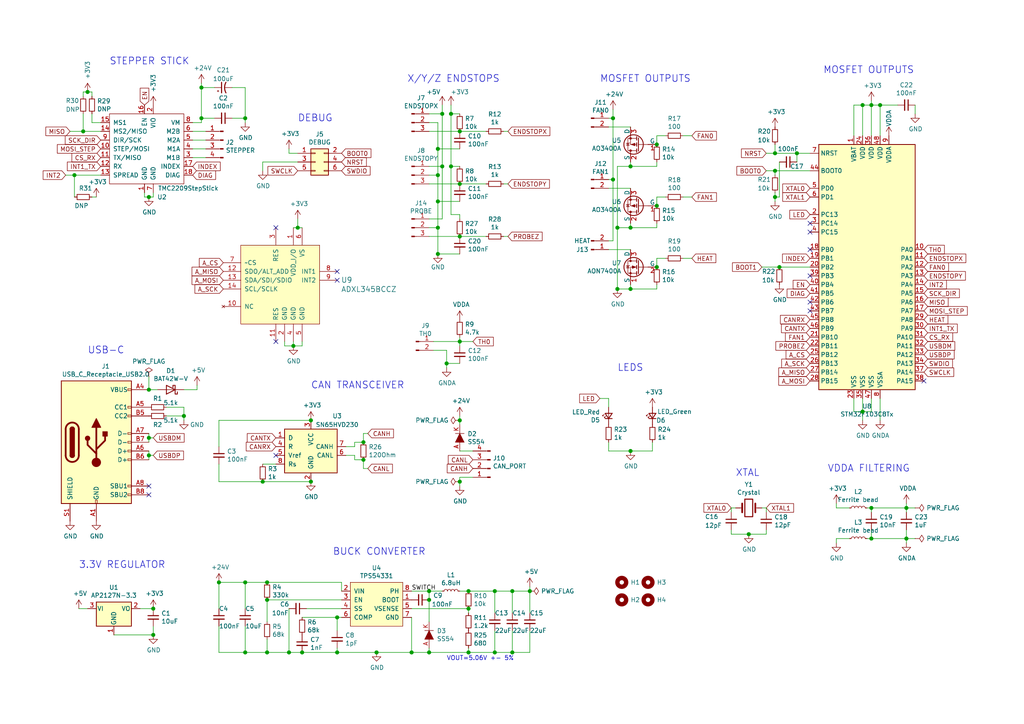
<source format=kicad_sch>
(kicad_sch (version 20210621) (generator eeschema)
  (paper "A4")
  (title_block (title "TurboCAN") (rev "v0.2"))
  (junction (at 21.59 50.8) (diameter 1.016))
  (junction (at 24.13 38.1) (diameter 1.016))
  (junction (at 25.4 26.67) (diameter 1.016))
  (junction (at 43.18 57.15) (diameter 1.016))
  (junction (at 43.18 113.03) (diameter 1.016))
  (junction (at 43.18 127) (diameter 1.016))
  (junction (at 43.18 132.08) (diameter 1.016))
  (junction (at 44.45 176.53) (diameter 1.016))
  (junction (at 44.45 184.15) (diameter 1.016))
  (junction (at 53.34 120.65) (diameter 1.016))
  (junction (at 58.42 25.4) (diameter 1.016))
  (junction (at 58.42 34.29) (diameter 1.016))
  (junction (at 63.5 168.91) (diameter 1.016))
  (junction (at 71.12 34.29) (diameter 1.016))
  (junction (at 71.12 168.91) (diameter 1.016))
  (junction (at 71.12 189.23) (diameter 1.016))
  (junction (at 76.2 139.7) (diameter 1.016))
  (junction (at 77.47 168.91) (diameter 1.016))
  (junction (at 77.47 173.99) (diameter 1.016))
  (junction (at 77.47 189.23) (diameter 1.016))
  (junction (at 83.82 189.23) (diameter 1.016))
  (junction (at 85.09 100.33) (diameter 1.016))
  (junction (at 86.36 66.04) (diameter 1.016))
  (junction (at 87.63 189.23) (diameter 1.016))
  (junction (at 90.17 121.92) (diameter 1.016))
  (junction (at 90.17 139.7) (diameter 1.016))
  (junction (at 97.79 179.07) (diameter 1.016))
  (junction (at 97.79 189.23) (diameter 1.016))
  (junction (at 105.41 128.27) (diameter 1.016))
  (junction (at 105.41 133.35) (diameter 1.016))
  (junction (at 109.22 189.23) (diameter 1.016))
  (junction (at 119.38 189.23) (diameter 1.016))
  (junction (at 124.46 171.45) (diameter 1.016))
  (junction (at 124.46 173.99) (diameter 1.016))
  (junction (at 124.46 189.23) (diameter 1.016))
  (junction (at 127 43.18) (diameter 1.016))
  (junction (at 127 50.8) (diameter 1.016))
  (junction (at 127 58.42) (diameter 1.016))
  (junction (at 127 66.04) (diameter 1.016))
  (junction (at 127 73.66) (diameter 1.016))
  (junction (at 128.27 33.02) (diameter 1.016))
  (junction (at 128.27 48.26) (diameter 1.016))
  (junction (at 129.54 105.41) (diameter 1.016))
  (junction (at 130.81 33.02) (diameter 1.016))
  (junction (at 130.81 48.26) (diameter 1.016))
  (junction (at 133.35 38.1) (diameter 1.016))
  (junction (at 133.35 53.34) (diameter 1.016))
  (junction (at 133.35 68.58) (diameter 1.016))
  (junction (at 133.35 99.06) (diameter 1.016))
  (junction (at 133.35 121.92) (diameter 1.016))
  (junction (at 133.35 139.7) (diameter 1.016))
  (junction (at 135.89 171.45) (diameter 1.016))
  (junction (at 135.89 176.53) (diameter 1.016))
  (junction (at 135.89 189.23) (diameter 1.016))
  (junction (at 143.51 171.45) (diameter 1.016))
  (junction (at 143.51 189.23) (diameter 1.016))
  (junction (at 148.59 171.45) (diameter 1.016))
  (junction (at 148.59 189.23) (diameter 1.016))
  (junction (at 153.67 171.45) (diameter 1.016))
  (junction (at 177.8 34.29) (diameter 1.016))
  (junction (at 177.8 52.07) (diameter 1.016))
  (junction (at 179.07 66.04) (diameter 1.016))
  (junction (at 179.07 83.82) (diameter 1.016))
  (junction (at 182.88 48.26) (diameter 1.016))
  (junction (at 182.88 66.04) (diameter 1.016))
  (junction (at 182.88 83.82) (diameter 1.016))
  (junction (at 182.88 130.81) (diameter 1.016))
  (junction (at 190.5 41.91) (diameter 1.016))
  (junction (at 190.5 59.69) (diameter 1.016))
  (junction (at 190.5 77.47) (diameter 1.016))
  (junction (at 217.17 154.94) (diameter 1.016))
  (junction (at 224.79 44.45) (diameter 1.016))
  (junction (at 224.79 49.53) (diameter 1.016))
  (junction (at 224.79 57.15) (diameter 1.016))
  (junction (at 226.06 77.47) (diameter 1.016))
  (junction (at 231.14 44.45) (diameter 1.016))
  (junction (at 250.19 30.48) (diameter 1.016))
  (junction (at 250.19 119.38) (diameter 1.016))
  (junction (at 252.73 30.48) (diameter 1.016))
  (junction (at 252.73 147.32) (diameter 1.016))
  (junction (at 252.73 156.21) (diameter 1.016))
  (junction (at 255.27 30.48) (diameter 1.016))
  (junction (at 262.89 147.32) (diameter 1.016))
  (junction (at 262.89 156.21) (diameter 1.016))
  (no_connect (at 43.18 140.97))
  (no_connect (at 43.18 143.51))
  (no_connect (at 80.01 66.04))
  (no_connect (at 80.01 99.06))
  (no_connect (at 80.01 132.08))
  (no_connect (at 97.79 78.74))
  (no_connect (at 97.79 81.28))
  (no_connect (at 234.95 64.77))
  (no_connect (at 234.95 67.31))
  (no_connect (at 234.95 72.39))
  (no_connect (at 234.95 80.01))
  (no_connect (at 234.95 87.63))
  (no_connect (at 234.95 90.17))
  (no_connect (at 267.97 110.49))
  (wire (pts (xy 20.32 38.1) (xy 24.13 38.1)))
  (wire (pts (xy 21.59 50.8) (xy 19.05 50.8)))
  (wire (pts (xy 21.59 50.8) (xy 29.21 50.8)))
  (wire (pts (xy 21.59 57.15) (xy 21.59 50.8)))
  (wire (pts (xy 22.86 176.53) (xy 25.4 176.53)))
  (wire (pts (xy 24.13 26.67) (xy 25.4 26.67)))
  (wire (pts (xy 24.13 27.94) (xy 24.13 26.67)))
  (wire (pts (xy 24.13 33.02) (xy 24.13 38.1)))
  (wire (pts (xy 24.13 38.1) (xy 29.21 38.1)))
  (wire (pts (xy 25.4 26.67) (xy 26.67 26.67)))
  (wire (pts (xy 26.67 26.67) (xy 26.67 27.94)))
  (wire (pts (xy 26.67 33.02) (xy 26.67 35.56)))
  (wire (pts (xy 26.67 35.56) (xy 29.21 35.56)))
  (wire (pts (xy 26.67 57.15) (xy 27.94 57.15)))
  (wire (pts (xy 33.02 184.15) (xy 44.45 184.15)))
  (wire (pts (xy 40.64 176.53) (xy 44.45 176.53)))
  (wire (pts (xy 41.91 55.88) (xy 41.91 57.15)))
  (wire (pts (xy 41.91 57.15) (xy 43.18 57.15)))
  (wire (pts (xy 43.18 57.15) (xy 44.45 57.15)))
  (wire (pts (xy 43.18 109.22) (xy 43.18 113.03)))
  (wire (pts (xy 43.18 113.03) (xy 45.72 113.03)))
  (wire (pts (xy 43.18 125.73) (xy 43.18 127)))
  (wire (pts (xy 43.18 127) (xy 44.45 127)))
  (wire (pts (xy 43.18 128.27) (xy 43.18 127)))
  (wire (pts (xy 43.18 130.81) (xy 43.18 132.08)))
  (wire (pts (xy 43.18 132.08) (xy 43.18 133.35)))
  (wire (pts (xy 44.45 57.15) (xy 44.45 55.88)))
  (wire (pts (xy 44.45 132.08) (xy 43.18 132.08)))
  (wire (pts (xy 44.45 184.15) (xy 44.45 181.61)))
  (wire (pts (xy 48.26 118.11) (xy 53.34 118.11)))
  (wire (pts (xy 48.26 120.65) (xy 53.34 120.65)))
  (wire (pts (xy 53.34 118.11) (xy 53.34 120.65)))
  (wire (pts (xy 53.34 120.65) (xy 53.34 121.92)))
  (wire (pts (xy 55.88 35.56) (xy 58.42 35.56)))
  (wire (pts (xy 55.88 38.1) (xy 59.69 38.1)))
  (wire (pts (xy 55.88 40.64) (xy 59.69 40.64)))
  (wire (pts (xy 55.88 43.18) (xy 59.69 43.18)))
  (wire (pts (xy 55.88 45.72) (xy 59.69 45.72)))
  (wire (pts (xy 57.15 111.76) (xy 57.15 113.03)))
  (wire (pts (xy 57.15 113.03) (xy 53.34 113.03)))
  (wire (pts (xy 58.42 24.13) (xy 58.42 25.4)))
  (wire (pts (xy 58.42 25.4) (xy 58.42 34.29)))
  (wire (pts (xy 58.42 25.4) (xy 62.23 25.4)))
  (wire (pts (xy 58.42 34.29) (xy 62.23 34.29)))
  (wire (pts (xy 58.42 35.56) (xy 58.42 34.29)))
  (wire (pts (xy 63.5 121.92) (xy 63.5 129.54)))
  (wire (pts (xy 63.5 134.62) (xy 63.5 139.7)))
  (wire (pts (xy 63.5 139.7) (xy 76.2 139.7)))
  (wire (pts (xy 63.5 168.91) (xy 63.5 176.53)))
  (wire (pts (xy 63.5 168.91) (xy 71.12 168.91)))
  (wire (pts (xy 63.5 181.61) (xy 63.5 189.23)))
  (wire (pts (xy 63.5 189.23) (xy 71.12 189.23)))
  (wire (pts (xy 67.31 25.4) (xy 71.12 25.4)))
  (wire (pts (xy 67.31 34.29) (xy 71.12 34.29)))
  (wire (pts (xy 71.12 25.4) (xy 71.12 34.29)))
  (wire (pts (xy 71.12 34.29) (xy 71.12 35.56)))
  (wire (pts (xy 71.12 168.91) (xy 77.47 168.91)))
  (wire (pts (xy 71.12 176.53) (xy 71.12 168.91)))
  (wire (pts (xy 71.12 181.61) (xy 71.12 189.23)))
  (wire (pts (xy 71.12 189.23) (xy 77.47 189.23)))
  (wire (pts (xy 76.2 46.99) (xy 76.2 49.53)))
  (wire (pts (xy 76.2 139.7) (xy 90.17 139.7)))
  (wire (pts (xy 77.47 173.99) (xy 77.47 180.34)))
  (wire (pts (xy 77.47 185.42) (xy 77.47 189.23)))
  (wire (pts (xy 77.47 189.23) (xy 83.82 189.23)))
  (wire (pts (xy 80.01 134.62) (xy 76.2 134.62)))
  (wire (pts (xy 82.55 99.06) (xy 82.55 100.33)))
  (wire (pts (xy 82.55 100.33) (xy 85.09 100.33)))
  (wire (pts (xy 83.82 44.45) (xy 83.82 43.18)))
  (wire (pts (xy 83.82 176.53) (xy 83.82 189.23)))
  (wire (pts (xy 83.82 189.23) (xy 87.63 189.23)))
  (wire (pts (xy 85.09 66.04) (xy 86.36 66.04)))
  (wire (pts (xy 85.09 99.06) (xy 85.09 100.33)))
  (wire (pts (xy 85.09 100.33) (xy 87.63 100.33)))
  (wire (pts (xy 86.36 44.45) (xy 83.82 44.45)))
  (wire (pts (xy 86.36 46.99) (xy 76.2 46.99)))
  (wire (pts (xy 86.36 66.04) (xy 86.36 63.5)))
  (wire (pts (xy 86.36 66.04) (xy 87.63 66.04)))
  (wire (pts (xy 87.63 100.33) (xy 87.63 99.06)))
  (wire (pts (xy 87.63 179.07) (xy 97.79 179.07)))
  (wire (pts (xy 87.63 189.23) (xy 97.79 189.23)))
  (wire (pts (xy 88.9 176.53) (xy 99.06 176.53)))
  (wire (pts (xy 90.17 121.92) (xy 63.5 121.92)))
  (wire (pts (xy 97.79 179.07) (xy 99.06 179.07)))
  (wire (pts (xy 97.79 182.88) (xy 97.79 179.07)))
  (wire (pts (xy 97.79 189.23) (xy 97.79 187.96)))
  (wire (pts (xy 97.79 189.23) (xy 109.22 189.23)))
  (wire (pts (xy 99.06 168.91) (xy 77.47 168.91)))
  (wire (pts (xy 99.06 171.45) (xy 99.06 168.91)))
  (wire (pts (xy 99.06 173.99) (xy 77.47 173.99)))
  (wire (pts (xy 100.33 129.54) (xy 102.87 129.54)))
  (wire (pts (xy 100.33 132.08) (xy 102.87 132.08)))
  (wire (pts (xy 102.87 128.27) (xy 105.41 128.27)))
  (wire (pts (xy 102.87 129.54) (xy 102.87 128.27)))
  (wire (pts (xy 102.87 132.08) (xy 102.87 133.35)))
  (wire (pts (xy 102.87 133.35) (xy 105.41 133.35)))
  (wire (pts (xy 105.41 125.73) (xy 106.68 125.73)))
  (wire (pts (xy 105.41 128.27) (xy 105.41 125.73)))
  (wire (pts (xy 105.41 133.35) (xy 105.41 135.89)))
  (wire (pts (xy 105.41 135.89) (xy 106.68 135.89)))
  (wire (pts (xy 109.22 189.23) (xy 119.38 189.23)))
  (wire (pts (xy 119.38 171.45) (xy 124.46 171.45)))
  (wire (pts (xy 119.38 176.53) (xy 135.89 176.53)))
  (wire (pts (xy 119.38 189.23) (xy 119.38 179.07)))
  (wire (pts (xy 124.46 33.02) (xy 128.27 33.02)))
  (wire (pts (xy 124.46 35.56) (xy 127 35.56)))
  (wire (pts (xy 124.46 38.1) (xy 133.35 38.1)))
  (wire (pts (xy 124.46 53.34) (xy 133.35 53.34)))
  (wire (pts (xy 124.46 63.5) (xy 128.27 63.5)))
  (wire (pts (xy 124.46 66.04) (xy 127 66.04)))
  (wire (pts (xy 124.46 68.58) (xy 133.35 68.58)))
  (wire (pts (xy 124.46 171.45) (xy 124.46 173.99)))
  (wire (pts (xy 124.46 171.45) (xy 128.27 171.45)))
  (wire (pts (xy 124.46 173.99) (xy 124.46 180.34)))
  (wire (pts (xy 124.46 187.96) (xy 124.46 189.23)))
  (wire (pts (xy 124.46 189.23) (xy 119.38 189.23)))
  (wire (pts (xy 124.46 189.23) (xy 135.89 189.23)))
  (wire (pts (xy 125.73 99.06) (xy 133.35 99.06)))
  (wire (pts (xy 125.73 101.6) (xy 129.54 101.6)))
  (wire (pts (xy 127 35.56) (xy 127 43.18)))
  (wire (pts (xy 127 50.8) (xy 124.46 50.8)))
  (wire (pts (xy 127 50.8) (xy 127 43.18)))
  (wire (pts (xy 127 50.8) (xy 127 58.42)))
  (wire (pts (xy 127 58.42) (xy 127 66.04)))
  (wire (pts (xy 127 66.04) (xy 127 73.66)))
  (wire (pts (xy 127 73.66) (xy 133.35 73.66)))
  (wire (pts (xy 128.27 33.02) (xy 128.27 30.48)))
  (wire (pts (xy 128.27 33.02) (xy 128.27 48.26)))
  (wire (pts (xy 128.27 48.26) (xy 124.46 48.26)))
  (wire (pts (xy 128.27 48.26) (xy 128.27 63.5)))
  (wire (pts (xy 129.54 101.6) (xy 129.54 105.41)))
  (wire (pts (xy 129.54 105.41) (xy 129.54 106.68)))
  (wire (pts (xy 130.81 30.48) (xy 130.81 33.02)))
  (wire (pts (xy 130.81 33.02) (xy 130.81 48.26)))
  (wire (pts (xy 130.81 48.26) (xy 130.81 62.23)))
  (wire (pts (xy 130.81 62.23) (xy 133.35 62.23)))
  (wire (pts (xy 133.35 33.02) (xy 130.81 33.02)))
  (wire (pts (xy 133.35 38.1) (xy 140.97 38.1)))
  (wire (pts (xy 133.35 43.18) (xy 127 43.18)))
  (wire (pts (xy 133.35 48.26) (xy 130.81 48.26)))
  (wire (pts (xy 133.35 53.34) (xy 140.97 53.34)))
  (wire (pts (xy 133.35 58.42) (xy 127 58.42)))
  (wire (pts (xy 133.35 62.23) (xy 133.35 63.5)))
  (wire (pts (xy 133.35 68.58) (xy 140.97 68.58)))
  (wire (pts (xy 133.35 99.06) (xy 133.35 97.79)))
  (wire (pts (xy 133.35 99.06) (xy 137.16 99.06)))
  (wire (pts (xy 133.35 100.33) (xy 133.35 99.06)))
  (wire (pts (xy 133.35 105.41) (xy 129.54 105.41)))
  (wire (pts (xy 133.35 120.65) (xy 133.35 121.92)))
  (wire (pts (xy 133.35 121.92) (xy 133.35 123.19)))
  (wire (pts (xy 133.35 130.81) (xy 137.16 130.81)))
  (wire (pts (xy 133.35 138.43) (xy 133.35 139.7)))
  (wire (pts (xy 133.35 139.7) (xy 133.35 140.97)))
  (wire (pts (xy 133.35 171.45) (xy 135.89 171.45)))
  (wire (pts (xy 135.89 176.53) (xy 135.89 177.8)))
  (wire (pts (xy 135.89 187.96) (xy 135.89 189.23)))
  (wire (pts (xy 135.89 189.23) (xy 143.51 189.23)))
  (wire (pts (xy 137.16 138.43) (xy 133.35 138.43)))
  (wire (pts (xy 143.51 171.45) (xy 135.89 171.45)))
  (wire (pts (xy 143.51 171.45) (xy 148.59 171.45)))
  (wire (pts (xy 143.51 177.8) (xy 143.51 171.45)))
  (wire (pts (xy 143.51 189.23) (xy 143.51 182.88)))
  (wire (pts (xy 143.51 189.23) (xy 148.59 189.23)))
  (wire (pts (xy 146.05 38.1) (xy 147.32 38.1)))
  (wire (pts (xy 146.05 68.58) (xy 147.32 68.58)))
  (wire (pts (xy 147.32 53.34) (xy 146.05 53.34)))
  (wire (pts (xy 148.59 171.45) (xy 148.59 177.8)))
  (wire (pts (xy 148.59 171.45) (xy 153.67 171.45)))
  (wire (pts (xy 148.59 189.23) (xy 148.59 182.88)))
  (wire (pts (xy 148.59 189.23) (xy 153.67 189.23)))
  (wire (pts (xy 153.67 171.45) (xy 153.67 170.18)))
  (wire (pts (xy 153.67 177.8) (xy 153.67 171.45)))
  (wire (pts (xy 153.67 189.23) (xy 153.67 182.88)))
  (wire (pts (xy 176.53 34.29) (xy 177.8 34.29)))
  (wire (pts (xy 176.53 36.83) (xy 182.88 36.83)))
  (wire (pts (xy 176.53 52.07) (xy 177.8 52.07)))
  (wire (pts (xy 176.53 54.61) (xy 182.88 54.61)))
  (wire (pts (xy 176.53 72.39) (xy 182.88 72.39)))
  (wire (pts (xy 176.53 115.57) (xy 173.99 115.57)))
  (wire (pts (xy 176.53 115.57) (xy 176.53 118.11)))
  (wire (pts (xy 176.53 128.27) (xy 176.53 130.81)))
  (wire (pts (xy 176.53 130.81) (xy 182.88 130.81)))
  (wire (pts (xy 177.8 31.75) (xy 177.8 34.29)))
  (wire (pts (xy 177.8 34.29) (xy 177.8 52.07)))
  (wire (pts (xy 177.8 52.07) (xy 177.8 69.85)))
  (wire (pts (xy 177.8 69.85) (xy 176.53 69.85)))
  (wire (pts (xy 179.07 48.26) (xy 179.07 66.04)))
  (wire (pts (xy 179.07 66.04) (xy 179.07 83.82)))
  (wire (pts (xy 182.88 48.26) (xy 179.07 48.26)))
  (wire (pts (xy 182.88 48.26) (xy 182.88 46.99)))
  (wire (pts (xy 182.88 48.26) (xy 190.5 48.26)))
  (wire (pts (xy 182.88 66.04) (xy 179.07 66.04)))
  (wire (pts (xy 182.88 66.04) (xy 182.88 64.77)))
  (wire (pts (xy 182.88 66.04) (xy 190.5 66.04)))
  (wire (pts (xy 182.88 83.82) (xy 179.07 83.82)))
  (wire (pts (xy 182.88 83.82) (xy 182.88 82.55)))
  (wire (pts (xy 182.88 83.82) (xy 190.5 83.82)))
  (wire (pts (xy 182.88 130.81) (xy 189.23 130.81)))
  (wire (pts (xy 189.23 130.81) (xy 189.23 128.27)))
  (wire (pts (xy 190.5 39.37) (xy 190.5 41.91)))
  (wire (pts (xy 190.5 39.37) (xy 193.04 39.37)))
  (wire (pts (xy 190.5 46.99) (xy 190.5 48.26)))
  (wire (pts (xy 190.5 57.15) (xy 190.5 59.69)))
  (wire (pts (xy 190.5 57.15) (xy 193.04 57.15)))
  (wire (pts (xy 190.5 64.77) (xy 190.5 66.04)))
  (wire (pts (xy 190.5 74.93) (xy 190.5 77.47)))
  (wire (pts (xy 190.5 74.93) (xy 193.04 74.93)))
  (wire (pts (xy 190.5 82.55) (xy 190.5 83.82)))
  (wire (pts (xy 198.12 39.37) (xy 200.66 39.37)))
  (wire (pts (xy 198.12 57.15) (xy 200.66 57.15)))
  (wire (pts (xy 198.12 74.93) (xy 200.66 74.93)))
  (wire (pts (xy 212.09 147.32) (xy 213.36 147.32)))
  (wire (pts (xy 212.09 148.59) (xy 212.09 147.32)))
  (wire (pts (xy 212.09 153.67) (xy 212.09 154.94)))
  (wire (pts (xy 212.09 154.94) (xy 217.17 154.94)))
  (wire (pts (xy 217.17 154.94) (xy 222.25 154.94)))
  (wire (pts (xy 220.98 77.47) (xy 226.06 77.47)))
  (wire (pts (xy 222.25 44.45) (xy 224.79 44.45)))
  (wire (pts (xy 222.25 49.53) (xy 224.79 49.53)))
  (wire (pts (xy 222.25 147.32) (xy 220.98 147.32)))
  (wire (pts (xy 222.25 148.59) (xy 222.25 147.32)))
  (wire (pts (xy 222.25 154.94) (xy 222.25 153.67)))
  (wire (pts (xy 224.79 41.91) (xy 224.79 44.45)))
  (wire (pts (xy 224.79 44.45) (xy 231.14 44.45)))
  (wire (pts (xy 224.79 49.53) (xy 234.95 49.53)))
  (wire (pts (xy 224.79 50.8) (xy 224.79 49.53)))
  (wire (pts (xy 224.79 55.88) (xy 224.79 57.15)))
  (wire (pts (xy 224.79 57.15) (xy 224.79 58.42)))
  (wire (pts (xy 224.79 57.15) (xy 226.06 57.15)))
  (wire (pts (xy 226.06 46.99) (xy 226.06 57.15)))
  (wire (pts (xy 226.06 77.47) (xy 234.95 77.47)))
  (wire (pts (xy 231.14 44.45) (xy 234.95 44.45)))
  (wire (pts (xy 231.14 46.99) (xy 231.14 44.45)))
  (wire (pts (xy 242.57 146.05) (xy 242.57 147.32)))
  (wire (pts (xy 242.57 147.32) (xy 246.38 147.32)))
  (wire (pts (xy 242.57 156.21) (xy 242.57 157.48)))
  (wire (pts (xy 246.38 156.21) (xy 242.57 156.21)))
  (wire (pts (xy 247.65 30.48) (xy 247.65 39.37)))
  (wire (pts (xy 247.65 30.48) (xy 250.19 30.48)))
  (wire (pts (xy 247.65 119.38) (xy 247.65 115.57)))
  (wire (pts (xy 247.65 119.38) (xy 250.19 119.38)))
  (wire (pts (xy 250.19 30.48) (xy 250.19 39.37)))
  (wire (pts (xy 250.19 30.48) (xy 252.73 30.48)))
  (wire (pts (xy 250.19 119.38) (xy 250.19 115.57)))
  (wire (pts (xy 250.19 119.38) (xy 252.73 119.38)))
  (wire (pts (xy 250.19 121.92) (xy 250.19 119.38)))
  (wire (pts (xy 251.46 147.32) (xy 252.73 147.32)))
  (wire (pts (xy 252.73 30.48) (xy 252.73 29.21)))
  (wire (pts (xy 252.73 30.48) (xy 252.73 39.37)))
  (wire (pts (xy 252.73 30.48) (xy 255.27 30.48)))
  (wire (pts (xy 252.73 119.38) (xy 252.73 115.57)))
  (wire (pts (xy 252.73 147.32) (xy 262.89 147.32)))
  (wire (pts (xy 252.73 148.59) (xy 252.73 147.32)))
  (wire (pts (xy 252.73 153.67) (xy 252.73 156.21)))
  (wire (pts (xy 252.73 156.21) (xy 251.46 156.21)))
  (wire (pts (xy 252.73 156.21) (xy 262.89 156.21)))
  (wire (pts (xy 255.27 30.48) (xy 255.27 39.37)))
  (wire (pts (xy 255.27 30.48) (xy 260.35 30.48)))
  (wire (pts (xy 255.27 121.92) (xy 255.27 115.57)))
  (wire (pts (xy 262.89 147.32) (xy 262.89 146.05)))
  (wire (pts (xy 262.89 147.32) (xy 262.89 148.59)))
  (wire (pts (xy 262.89 153.67) (xy 262.89 156.21)))
  (wire (pts (xy 262.89 157.48) (xy 262.89 156.21)))
  (wire (pts (xy 265.43 30.48) (xy 265.43 33.02)))
  (wire (pts (xy 265.43 147.32) (xy 262.89 147.32)))
  (wire (pts (xy 265.43 156.21) (xy 262.89 156.21)))
  (text "3.3V REGULATOR" (at 22.86 165.1 0) (effects (font (size 2.0066 2.0066)) (justify left bottom)))
  (text "USB-C" (at 25.4 102.87 0) (effects (font (size 2.0066 2.0066)) (justify left bottom)))
  (text "STEPPER STICK" (at 31.75 19.05 0) (effects (font (size 2.0066 2.0066)) (justify left bottom)))
  (text "DEBUG" (at 86.36 35.56 0) (effects (font (size 2.0066 2.0066)) (justify left bottom)))
  (text "CAN TRANSCEIVER" (at 90.17 113.03 0) (effects (font (size 2.0066 2.0066)) (justify left bottom)))
  (text "BUCK CONVERTER" (at 96.52 161.29 0) (effects (font (size 2.0066 2.0066)) (justify left bottom)))
  (text "X/Y/Z ENDSTOPS" (at 118.11 24.13 0) (effects (font (size 2.0066 2.0066)) (justify left bottom)))
  (text "VOUT=5.06V +- 5%" (at 129.54 191.77 0) (effects (font (size 1.27 1.27)) (justify left bottom)))
  (text "MOSFET OUTPUTS" (at 173.99 24.13 0) (effects (font (size 2.0066 2.0066)) (justify left bottom)))
  (text "LEDS" (at 179.07 107.95 0) (effects (font (size 2.0066 2.0066)) (justify left bottom)))
  (text "XTAL" (at 213.36 138.43 0) (effects (font (size 2.0066 2.0066)) (justify left bottom)))
  (text "MOSFET OUTPUTS" (at 238.76 21.59 0) (effects (font (size 2.0066 2.0066)) (justify left bottom)))
  (text "VDDA FILTERING" (at 240.03 137.16 0) (effects (font (size 2.0066 2.0066)) (justify left bottom)))
  (label "SWITCH" (at 119.38 171.45 0))
  (global_label "INT2" (shape input) (at 19.05 50.8 180) (property "Intersheet References" "${INTERSHEET_REFS}" (effects hide)))
  (global_label "MISO" (shape input) (at 20.32 38.1 180) (property "Intersheet References" "${INTERSHEET_REFS}" (effects hide)))
  (global_label "SCK_DIR" (shape input) (at 29.21 40.64 180) (property "Intersheet References" "${INTERSHEET_REFS}" (effects hide)))
  (global_label "MOSI_STEP" (shape input) (at 29.21 43.18 180) (property "Intersheet References" "${INTERSHEET_REFS}" (effects hide)))
  (global_label "CS_RX" (shape input) (at 29.21 45.72 180) (property "Intersheet References" "${INTERSHEET_REFS}" (effects hide)))
  (global_label "INT1_TX" (shape input) (at 29.21 48.26 180) (property "Intersheet References" "${INTERSHEET_REFS}" (effects hide)))
  (global_label "EN" (shape input) (at 41.91 30.48 90) (property "Intersheet References" "${INTERSHEET_REFS}" (effects hide)))
  (global_label "USBDM" (shape input) (at 44.45 127 0) (property "Intersheet References" "${INTERSHEET_REFS}" (effects hide)))
  (global_label "USBDP" (shape input) (at 44.45 132.08 0) (property "Intersheet References" "${INTERSHEET_REFS}" (effects hide)))
  (global_label "INDEX" (shape input) (at 55.88 48.26 0) (property "Intersheet References" "${INTERSHEET_REFS}" (effects hide)))
  (global_label "DIAG" (shape input) (at 55.88 50.8 0) (property "Intersheet References" "${INTERSHEET_REFS}" (effects hide)))
  (global_label "A_CS" (shape input) (at 64.77 76.2 180) (property "Intersheet References" "${INTERSHEET_REFS}" (effects hide)))
  (global_label "A_MISO" (shape input) (at 64.77 78.74 180) (property "Intersheet References" "${INTERSHEET_REFS}" (effects hide)))
  (global_label "A_MOSI" (shape input) (at 64.77 81.28 180) (property "Intersheet References" "${INTERSHEET_REFS}" (effects hide)))
  (global_label "A_SCK" (shape input) (at 64.77 83.82 180) (property "Intersheet References" "${INTERSHEET_REFS}" (effects hide)))
  (global_label "CANTX" (shape input) (at 80.01 127 180) (property "Intersheet References" "${INTERSHEET_REFS}" (effects hide)))
  (global_label "CANRX" (shape input) (at 80.01 129.54 180) (property "Intersheet References" "${INTERSHEET_REFS}" (effects hide)))
  (global_label "SWCLK" (shape input) (at 86.36 49.53 180) (property "Intersheet References" "${INTERSHEET_REFS}" (effects hide)))
  (global_label "BOOT0" (shape input) (at 99.06 44.45 0) (property "Intersheet References" "${INTERSHEET_REFS}" (effects hide)))
  (global_label "NRST" (shape input) (at 99.06 46.99 0) (property "Intersheet References" "${INTERSHEET_REFS}" (effects hide)))
  (global_label "SWDIO" (shape input) (at 99.06 49.53 0) (property "Intersheet References" "${INTERSHEET_REFS}" (effects hide)))
  (global_label "CANH" (shape input) (at 106.68 125.73 0) (property "Intersheet References" "${INTERSHEET_REFS}" (effects hide)))
  (global_label "CANL" (shape input) (at 106.68 135.89 0) (property "Intersheet References" "${INTERSHEET_REFS}" (effects hide)))
  (global_label "TH0" (shape input) (at 137.16 99.06 0) (property "Intersheet References" "${INTERSHEET_REFS}" (effects hide)))
  (global_label "CANL" (shape input) (at 137.16 133.35 180) (property "Intersheet References" "${INTERSHEET_REFS}" (effects hide)))
  (global_label "CANH" (shape input) (at 137.16 135.89 180) (property "Intersheet References" "${INTERSHEET_REFS}" (effects hide)))
  (global_label "ENDSTOPX" (shape input) (at 147.32 38.1 0) (property "Intersheet References" "${INTERSHEET_REFS}" (effects hide)))
  (global_label "ENDSTOPY" (shape input) (at 147.32 53.34 0) (property "Intersheet References" "${INTERSHEET_REFS}" (effects hide)))
  (global_label "PROBEZ" (shape input) (at 147.32 68.58 0) (property "Intersheet References" "${INTERSHEET_REFS}" (effects hide)))
  (global_label "LED" (shape input) (at 173.99 115.57 180) (property "Intersheet References" "${INTERSHEET_REFS}" (effects hide)))
  (global_label "FAN0" (shape input) (at 200.66 39.37 0) (property "Intersheet References" "${INTERSHEET_REFS}" (effects hide)))
  (global_label "FAN1" (shape input) (at 200.66 57.15 0) (property "Intersheet References" "${INTERSHEET_REFS}" (effects hide)))
  (global_label "HEAT" (shape input) (at 200.66 74.93 0) (property "Intersheet References" "${INTERSHEET_REFS}" (effects hide)))
  (global_label "XTAL0" (shape input) (at 212.09 147.32 180) (property "Intersheet References" "${INTERSHEET_REFS}" (effects hide)))
  (global_label "BOOT1" (shape input) (at 220.98 77.47 180) (property "Intersheet References" "${INTERSHEET_REFS}" (effects hide)))
  (global_label "NRST" (shape input) (at 222.25 44.45 180) (property "Intersheet References" "${INTERSHEET_REFS}" (effects hide)))
  (global_label "BOOT0" (shape input) (at 222.25 49.53 180) (property "Intersheet References" "${INTERSHEET_REFS}" (effects hide)))
  (global_label "XTAL1" (shape input) (at 222.25 147.32 0) (property "Intersheet References" "${INTERSHEET_REFS}" (effects hide)))
  (global_label "XTAL0" (shape input) (at 234.95 54.61 180) (property "Intersheet References" "${INTERSHEET_REFS}" (effects hide)))
  (global_label "XTAL1" (shape input) (at 234.95 57.15 180) (property "Intersheet References" "${INTERSHEET_REFS}" (effects hide)))
  (global_label "LED" (shape input) (at 234.95 62.23 180) (property "Intersheet References" "${INTERSHEET_REFS}" (effects hide)))
  (global_label "INDEX" (shape input) (at 234.95 74.93 180) (property "Intersheet References" "${INTERSHEET_REFS}" (effects hide)))
  (global_label "EN" (shape input) (at 234.95 82.55 180) (property "Intersheet References" "${INTERSHEET_REFS}" (effects hide)))
  (global_label "DIAG" (shape input) (at 234.95 85.09 180) (property "Intersheet References" "${INTERSHEET_REFS}" (effects hide)))
  (global_label "CANRX" (shape input) (at 234.95 92.71 180) (property "Intersheet References" "${INTERSHEET_REFS}" (effects hide)))
  (global_label "CANTX" (shape input) (at 234.95 95.25 180) (property "Intersheet References" "${INTERSHEET_REFS}" (effects hide)))
  (global_label "FAN1" (shape input) (at 234.95 97.79 180) (property "Intersheet References" "${INTERSHEET_REFS}" (effects hide)))
  (global_label "PROBEZ" (shape input) (at 234.95 100.33 180) (property "Intersheet References" "${INTERSHEET_REFS}" (effects hide)))
  (global_label "A_CS" (shape input) (at 234.95 102.87 180) (property "Intersheet References" "${INTERSHEET_REFS}" (effects hide)))
  (global_label "A_SCK" (shape input) (at 234.95 105.41 180) (property "Intersheet References" "${INTERSHEET_REFS}" (effects hide)))
  (global_label "A_MISO" (shape input) (at 234.95 107.95 180) (property "Intersheet References" "${INTERSHEET_REFS}" (effects hide)))
  (global_label "A_MOSI" (shape input) (at 234.95 110.49 180) (property "Intersheet References" "${INTERSHEET_REFS}" (effects hide)))
  (global_label "TH0" (shape input) (at 267.97 72.39 0) (property "Intersheet References" "${INTERSHEET_REFS}" (effects hide)))
  (global_label "ENDSTOPX" (shape input) (at 267.97 74.93 0) (property "Intersheet References" "${INTERSHEET_REFS}" (effects hide)))
  (global_label "FAN0" (shape input) (at 267.97 77.47 0) (property "Intersheet References" "${INTERSHEET_REFS}" (effects hide)))
  (global_label "ENDSTOPY" (shape input) (at 267.97 80.01 0) (property "Intersheet References" "${INTERSHEET_REFS}" (effects hide)))
  (global_label "INT2" (shape input) (at 267.97 82.55 0) (property "Intersheet References" "${INTERSHEET_REFS}" (effects hide)))
  (global_label "SCK_DIR" (shape input) (at 267.97 85.09 0) (property "Intersheet References" "${INTERSHEET_REFS}" (effects hide)))
  (global_label "MISO" (shape input) (at 267.97 87.63 0) (property "Intersheet References" "${INTERSHEET_REFS}" (effects hide)))
  (global_label "MOSI_STEP" (shape input) (at 267.97 90.17 0) (property "Intersheet References" "${INTERSHEET_REFS}" (effects hide)))
  (global_label "HEAT" (shape input) (at 267.97 92.71 0) (property "Intersheet References" "${INTERSHEET_REFS}" (effects hide)))
  (global_label "INT1_TX" (shape input) (at 267.97 95.25 0) (property "Intersheet References" "${INTERSHEET_REFS}" (effects hide)))
  (global_label "CS_RX" (shape input) (at 267.97 97.79 0) (property "Intersheet References" "${INTERSHEET_REFS}" (effects hide)))
  (global_label "USBDM" (shape input) (at 267.97 100.33 0) (property "Intersheet References" "${INTERSHEET_REFS}" (effects hide)))
  (global_label "USBDP" (shape input) (at 267.97 102.87 0) (property "Intersheet References" "${INTERSHEET_REFS}" (effects hide)))
  (global_label "SWDIO" (shape input) (at 267.97 105.41 0) (property "Intersheet References" "${INTERSHEET_REFS}" (effects hide)))
  (global_label "SWCLK" (shape input) (at 267.97 107.95 0) (property "Intersheet References" "${INTERSHEET_REFS}" (effects hide)))
  (symbol (lib_id "archive:power_+5V") (at 22.86 176.53 0) (unit 1)
    (property "Reference" "#PWR02" (effects hide))
    (property "Value" "+5V" (at 23.241 172.1358 0))
  )
  (symbol (lib_id "archive:power_+3.3V") (at 25.4 26.67 0) (unit 1)
    (property "Reference" "#PWR03" (effects hide))
    (property "Value" "+3.3V" (at 25.4 20.32 90))
  )
  (symbol (lib_id "archive:power_+3.3V") (at 27.94 57.15 0) (unit 1)
    (property "Reference" "#PWR015" (effects hide))
    (property "Value" "+3.3V" (at 28.321 52.7558 0))
  )
  (symbol (lib_id "archive:power_+3.3V") (at 44.45 30.48 0) (unit 1)
    (property "Reference" "#PWR06" (effects hide))
    (property "Value" "+3.3V" (at 44.45 24.13 90))
  )
  (symbol (lib_id "archive:power_+3.3V") (at 44.45 176.53 0) (unit 1)
    (property "Reference" "#PWR07" (effects hide))
    (property "Value" "+3.3V" (at 44.831 172.1358 0))
  )
  (symbol (lib_id "archive:power_+5V") (at 57.15 111.76 0) (unit 1)
    (property "Reference" "#PWR010" (effects hide))
    (property "Value" "+5V" (at 57.531 107.3658 0))
  )
  (symbol (lib_id "archive:power_+24V") (at 58.42 24.13 0) (unit 1)
    (property "Reference" "#PWR011" (effects hide))
    (property "Value" "+24V" (at 58.801 19.7358 0))
  )
  (symbol (lib_id "archive:power_+24V") (at 63.5 168.91 0) (unit 1)
    (property "Reference" "#PWR012" (effects hide))
    (property "Value" "+24V" (at 63.881 164.5158 0))
  )
  (symbol (lib_id "archive:power_+3.3V") (at 83.82 43.18 0) (unit 1)
    (property "Reference" "#PWR017" (effects hide))
    (property "Value" "+3.3V" (at 84.201 38.7858 0))
  )
  (symbol (lib_id "archive:power_+3.3V") (at 86.36 63.5 0) (unit 1)
    (property "Reference" "#PWR0101" (effects hide))
    (property "Value" "+3.3V" (at 86.741 59.1058 0))
  )
  (symbol (lib_id "archive:power_+3.3V") (at 90.17 121.92 0) (unit 1)
    (property "Reference" "#PWR018" (effects hide))
    (property "Value" "+3.3V" (at 90.551 117.5258 0))
  )
  (symbol (lib_id "archive:power_+5V") (at 128.27 30.48 0) (unit 1)
    (property "Reference" "#PWR028" (effects hide))
    (property "Value" "+5V" (at 125.73 26.67 0))
  )
  (symbol (lib_id "archive:power_+3.3V") (at 130.81 30.48 0) (unit 1)
    (property "Reference" "#PWR030" (effects hide))
    (property "Value" "+3.3V" (at 133.35 26.67 0))
  )
  (symbol (lib_id "archive:power_VDDA") (at 133.35 92.71 0) (unit 1)
    (property "Reference" "#PWR031" (effects hide))
    (property "Value" "VDDA" (at 133.7818 88.3158 0))
  )
  (symbol (lib_id "archive:power_+24V") (at 133.35 120.65 0) (unit 1)
    (property "Reference" "#PWR025" (effects hide))
    (property "Value" "+24V" (at 133.731 116.2558 0))
  )
  (symbol (lib_id "archive:power_+5V") (at 153.67 170.18 0) (unit 1)
    (property "Reference" "#PWR032" (effects hide))
    (property "Value" "+5V" (at 154.051 165.7858 0))
  )
  (symbol (lib_id "archive:power_+24V") (at 177.8 31.75 0) (unit 1)
    (property "Reference" "#PWR033" (effects hide))
    (property "Value" "+24V" (at 178.181 27.3558 0))
  )
  (symbol (lib_id "archive:power_+3.3V") (at 189.23 118.11 0) (unit 1)
    (property "Reference" "#PWR048" (effects hide))
    (property "Value" "+3.3V" (at 189.611 113.7158 0))
  )
  (symbol (lib_id "archive:power_+3.3V") (at 224.79 36.83 0) (unit 1)
    (property "Reference" "#PWR039" (effects hide))
    (property "Value" "+3.3V" (at 225.171 32.4358 0))
  )
  (symbol (lib_id "archive:power_+3.3V") (at 242.57 146.05 0) (unit 1)
    (property "Reference" "#PWR044" (effects hide))
    (property "Value" "+3.3V" (at 242.951 141.6558 0))
  )
  (symbol (lib_id "archive:power_+3.3V") (at 252.73 29.21 0) (unit 1)
    (property "Reference" "#PWR041" (effects hide))
    (property "Value" "+3.3V" (at 253.111 24.8158 0))
  )
  (symbol (lib_id "archive:power_VDDA") (at 257.81 39.37 0) (unit 1)
    (property "Reference" "#PWR043" (effects hide))
    (property "Value" "VDDA" (at 257.81 34.29 90))
  )
  (symbol (lib_id "archive:power_VDDA") (at 262.89 146.05 0) (unit 1)
    (property "Reference" "#PWR046" (effects hide))
    (property "Value" "VDDA" (at 263.3218 141.6558 0))
  )
  (symbol (lib_id "archive:Device_L_Small") (at 130.81 171.45 90) (unit 1)
    (property "Reference" "L1" (at 130.81 166.751 90))
    (property "Value" "6.8uH" (at 130.81 169.0624 90))
    (property "Footprint" "KiCAD-Components:L_SMD_7.3x6.8" (effects hide))
    (property "LCSC Part Number" "C207841" (effects hide))
  )
  (symbol (lib_id "archive:Device_L_Small") (at 248.92 147.32 90) (unit 1)
    (property "Reference" "L2" (at 248.92 142.621 90))
    (property "Value" "Ferrite bead" (at 248.92 144.9324 90))
    (property "Footprint" "Inductor_SMD:L_0805_2012Metric" (effects hide))
    (property "LCSC Part Number" "C1017" (effects hide))
  )
  (symbol (lib_id "archive:Device_L_Small") (at 248.92 156.21 90) (unit 1)
    (property "Reference" "L3" (at 248.92 151.511 90))
    (property "Value" "Ferrite bead" (at 248.92 153.8224 90))
    (property "Footprint" "Inductor_SMD:L_0805_2012Metric" (effects hide))
    (property "LCSC Part Number" "C1017" (effects hide))
  )
  (symbol (lib_id "archive:power_PWR_FLAG") (at 43.18 109.22 0) (unit 1)
    (property "Reference" "#FLG0102" (effects hide))
    (property "Value" "PWR_FLAG" (at 43.18 104.8258 0))
  )
  (symbol (lib_id "archive:power_PWR_FLAG") (at 133.35 121.92 90) (unit 1)
    (property "Reference" "#FLG01" (effects hide))
    (property "Value" "PWR_FLAG" (at 130.1242 121.92 90) (effects (justify left)))
  )
  (symbol (lib_id "archive:power_PWR_FLAG") (at 133.35 139.7 90) (unit 1)
    (property "Reference" "#FLG02" (effects hide))
    (property "Value" "PWR_FLAG" (at 130.1242 139.7 90) (effects (justify left)))
  )
  (symbol (lib_id "archive:power_PWR_FLAG") (at 153.67 171.45 270) (unit 1)
    (property "Reference" "#FLG0101" (effects hide))
    (property "Value" "PWR_FLAG" (at 156.9212 171.45 90) (effects (justify left)))
  )
  (symbol (lib_id "archive:power_PWR_FLAG") (at 265.43 147.32 270) (unit 1)
    (property "Reference" "#FLG03" (effects hide))
    (property "Value" "PWR_FLAG" (at 268.6812 147.32 90) (effects (justify left)))
  )
  (symbol (lib_id "archive:power_PWR_FLAG") (at 265.43 156.21 270) (unit 1)
    (property "Reference" "#FLG0103" (effects hide))
    (property "Value" "PWR_FLAG" (at 268.6812 156.21 90) (effects (justify left)))
  )
  (symbol (lib_id "archive:power_GND") (at 20.32 151.13 0) (unit 1)
    (property "Reference" "#PWR01" (effects hide))
    (property "Value" "GND" (at 20.447 155.5242 0))
  )
  (symbol (lib_id "archive:power_GND") (at 27.94 151.13 0) (unit 1)
    (property "Reference" "#PWR04" (effects hide))
    (property "Value" "GND" (at 28.067 155.5242 0))
  )
  (symbol (lib_id "archive:power_GND") (at 43.18 57.15 0) (unit 1)
    (property "Reference" "#PWR05" (effects hide))
    (property "Value" "GND" (at 43.307 61.5442 0))
  )
  (symbol (lib_id "archive:power_GND") (at 44.45 184.15 0) (unit 1)
    (property "Reference" "#PWR08" (effects hide))
    (property "Value" "GND" (at 44.577 188.5442 0))
  )
  (symbol (lib_id "archive:power_GND") (at 53.34 121.92 0) (unit 1)
    (property "Reference" "#PWR09" (effects hide))
    (property "Value" "GND" (at 57.15 123.19 0))
  )
  (symbol (lib_id "archive:power_GND") (at 71.12 35.56 0) (unit 1)
    (property "Reference" "#PWR013" (effects hide))
    (property "Value" "GND" (at 71.247 39.9542 0))
  )
  (symbol (lib_id "archive:power_GND") (at 76.2 49.53 0) (unit 1)
    (property "Reference" "#PWR014" (effects hide))
    (property "Value" "GND" (at 76.327 53.9242 0))
  )
  (symbol (lib_id "archive:power_GND") (at 85.09 100.33 0) (unit 1)
    (property "Reference" "#PWR0102" (effects hide))
    (property "Value" "GND" (at 85.217 104.7242 0))
  )
  (symbol (lib_id "archive:power_GND") (at 90.17 139.7 0) (unit 1)
    (property "Reference" "#PWR019" (effects hide))
    (property "Value" "GND" (at 90.297 144.0942 0))
  )
  (symbol (lib_id "archive:power_GND") (at 109.22 189.23 0) (unit 1)
    (property "Reference" "#PWR022" (effects hide))
    (property "Value" "GND" (at 109.347 193.6242 0))
  )
  (symbol (lib_id "archive:power_GND") (at 127 73.66 0) (unit 1)
    (property "Reference" "#PWR027" (effects hide))
    (property "Value" "GND" (at 127 77.47 0))
  )
  (symbol (lib_id "archive:power_GNDA") (at 129.54 106.68 0) (unit 1)
    (property "Reference" "#PWR0106" (effects hide))
    (property "Value" "GNDA" (at 129.667 111.0742 0))
  )
  (symbol (lib_id "archive:power_GND") (at 133.35 140.97 0) (unit 1)
    (property "Reference" "#PWR026" (effects hide))
    (property "Value" "GND" (at 133.477 145.3642 0))
  )
  (symbol (lib_id "archive:power_GND") (at 179.07 83.82 0) (unit 1)
    (property "Reference" "#PWR034" (effects hide))
    (property "Value" "GND" (at 179.197 88.2142 0))
  )
  (symbol (lib_id "archive:power_GND") (at 182.88 130.81 0) (unit 1)
    (property "Reference" "#PWR047" (effects hide))
    (property "Value" "GND" (at 183.007 135.2042 0))
  )
  (symbol (lib_id "archive:power_GND") (at 217.17 154.94 0) (unit 1)
    (property "Reference" "#PWR037" (effects hide))
    (property "Value" "GND" (at 217.297 159.3342 0))
  )
  (symbol (lib_id "archive:power_GND") (at 224.79 58.42 0) (unit 1)
    (property "Reference" "#PWR040" (effects hide))
    (property "Value" "GND" (at 224.917 62.8142 0))
  )
  (symbol (lib_id "archive:power_GND") (at 226.06 82.55 0) (unit 1)
    (property "Reference" "#PWR038" (effects hide))
    (property "Value" "GND" (at 226.187 86.9442 0))
  )
  (symbol (lib_id "archive:power_GND") (at 242.57 157.48 0) (unit 1)
    (property "Reference" "#PWR045" (effects hide))
    (property "Value" "GND" (at 242.697 161.8742 0))
  )
  (symbol (lib_id "archive:power_GND") (at 250.19 121.92 0) (unit 1)
    (property "Reference" "#PWR042" (effects hide))
    (property "Value" "GND" (at 250.317 126.3142 0))
  )
  (symbol (lib_id "archive:power_GNDA") (at 255.27 121.92 0) (unit 1)
    (property "Reference" "#PWR0104" (effects hide))
    (property "Value" "GNDA" (at 255.397 126.3142 0))
  )
  (symbol (lib_id "archive:power_GNDA") (at 262.89 157.48 0) (unit 1)
    (property "Reference" "#PWR0105" (effects hide))
    (property "Value" "GNDA" (at 263.017 161.8742 0))
  )
  (symbol (lib_id "archive:power_GND") (at 265.43 33.02 0) (unit 1)
    (property "Reference" "#PWR0103" (effects hide))
    (property "Value" "GND" (at 265.557 37.4142 0))
  )
  (symbol (lib_id "archive:Device_R_Small") (at 24.13 30.48 0) (unit 1)
    (property "Reference" "R30" (at 19.05 29.21 0) (effects (justify left)))
    (property "Value" "DNP" (at 19.05 31.75 0) (effects (justify left)))
    (property "Footprint" "Resistor_SMD:R_0402_1005Metric" (effects hide))
  )
  (symbol (lib_id "archive:Device_R_Small") (at 24.13 57.15 270) (unit 1)
    (property "Reference" "R31" (at 22.86 54.61 90) (effects (justify left)))
    (property "Value" "DNP" (at 21.59 59.69 90) (effects (justify left)))
    (property "Footprint" "Resistor_SMD:R_0402_1005Metric" (effects hide))
  )
  (symbol (lib_id "archive:Device_R_Small") (at 26.67 30.48 0) (unit 1)
    (property "Reference" "R29" (at 28.1686 29.3116 0) (effects (justify left)))
    (property "Value" "DNP" (at 28.1686 31.623 0) (effects (justify left)))
    (property "Footprint" "Resistor_SMD:R_0402_1005Metric" (effects hide))
  )
  (symbol (lib_id "archive:Device_R_Small") (at 45.72 118.11 90) (mirror x) (unit 1)
    (property "Reference" "R1" (at 45.72 115.57 90))
    (property "Value" "5.1k" (at 49.53 116.84 90))
    (property "Footprint" "Resistor_SMD:R_0402_1005Metric" (effects hide))
    (property "LCSC Part Number" "C25905" (effects hide))
  )
  (symbol (lib_id "archive:Device_R_Small") (at 45.72 120.65 90) (unit 1)
    (property "Reference" "R2" (at 45.72 123.19 90))
    (property "Value" "5.1k" (at 49.53 121.92 90))
    (property "Footprint" "Resistor_SMD:R_0402_1005Metric" (effects hide))
    (property "LCSC Part Number" "C25905" (effects hide))
  )
  (symbol (lib_id "archive:Device_R_Small") (at 76.2 137.16 0) (unit 1)
    (property "Reference" "R3" (at 77.6986 135.9916 0) (effects (justify left)))
    (property "Value" "1k" (at 77.6986 138.303 0) (effects (justify left)))
    (property "Footprint" "Resistor_SMD:R_0402_1005Metric" (effects hide))
    (property "LCSC Part Number" "C11702" (effects hide))
  )
  (symbol (lib_id "archive:Device_R_Small") (at 77.47 171.45 0) (unit 1)
    (property "Reference" "R4" (at 78.9686 170.2816 0) (effects (justify left)))
    (property "Value" "330k" (at 78.9686 172.593 0) (effects (justify left)))
    (property "Footprint" "Resistor_SMD:R_0402_1005Metric" (effects hide))
    (property "LCSC Part Number" "C25778" (effects hide))
  )
  (symbol (lib_id "archive:Device_R_Small") (at 77.47 182.88 0) (unit 1)
    (property "Reference" "R5" (at 78.9686 181.7116 0) (effects (justify left)))
    (property "Value" "68k" (at 78.9686 184.023 0) (effects (justify left)))
    (property "Footprint" "Resistor_SMD:R_0402_1005Metric" (effects hide))
    (property "LCSC Part Number" "C36871" (effects hide))
  )
  (symbol (lib_id "archive:Device_R_Small") (at 87.63 181.61 0) (unit 1)
    (property "Reference" "R6" (at 89.1286 180.4416 0) (effects (justify left)))
    (property "Value" "68k" (at 89.1286 182.753 0) (effects (justify left)))
    (property "Footprint" "Resistor_SMD:R_0402_1005Metric" (effects hide))
    (property "LCSC Part Number" "C36871" (effects hide))
  )
  (symbol (lib_id "archive:Device_R_Small") (at 105.41 130.81 0) (unit 1)
    (property "Reference" "R26" (at 106.9086 129.6416 0) (effects (justify left)))
    (property "Value" "120Ohm" (at 106.9086 131.953 0) (effects (justify left)))
    (property "Footprint" "Resistor_SMD:R_0805_2012Metric" (effects hide))
    (property "LCSC Part Number" "C17437" (effects hide))
  )
  (symbol (lib_id "archive:Device_R_Small") (at 133.35 35.56 0) (unit 1)
    (property "Reference" "R7" (at 134.8486 34.3916 0) (effects (justify left)))
    (property "Value" "10k" (at 134.8486 36.703 0) (effects (justify left)))
    (property "Footprint" "Resistor_SMD:R_0402_1005Metric" (effects hide))
    (property "LCSC Part Number" "C25744" (effects hide))
  )
  (symbol (lib_id "archive:Device_R_Small") (at 133.35 50.8 0) (unit 1)
    (property "Reference" "R8" (at 134.8486 49.6316 0) (effects (justify left)))
    (property "Value" "10k" (at 134.8486 51.943 0) (effects (justify left)))
    (property "Footprint" "Resistor_SMD:R_0402_1005Metric" (effects hide))
    (property "LCSC Part Number" "C25744" (effects hide))
  )
  (symbol (lib_id "archive:Device_R_Small") (at 133.35 66.04 0) (unit 1)
    (property "Reference" "R27" (at 134.8486 64.8716 0) (effects (justify left)))
    (property "Value" "10k" (at 134.8486 67.183 0) (effects (justify left)))
    (property "Footprint" "Resistor_SMD:R_0402_1005Metric" (effects hide))
    (property "LCSC Part Number" "C25744" (effects hide))
  )
  (symbol (lib_id "archive:Device_R_Small") (at 133.35 95.25 0) (unit 1)
    (property "Reference" "R9" (at 134.8486 94.0816 0) (effects (justify left)))
    (property "Value" "4.7k" (at 134.8486 96.393 0) (effects (justify left)))
    (property "Footprint" "Resistor_SMD:R_0805_2012Metric" (effects hide))
    (property "LCSC Part Number" "C17673" (effects hide))
  )
  (symbol (lib_id "archive:Device_R_Small") (at 135.89 173.99 0) (unit 1)
    (property "Reference" "R10" (at 137.3886 172.8216 0) (effects (justify left)))
    (property "Value" "10k" (at 137.3886 175.133 0) (effects (justify left)))
    (property "Footprint" "Resistor_SMD:R_0402_1005Metric" (effects hide))
    (property "LCSC Part Number" "C25744" (effects hide))
  )
  (symbol (lib_id "archive:Device_R_Small") (at 135.89 180.34 0) (unit 1)
    (property "Reference" "R11" (at 137.3886 179.1716 0) (effects (justify left)))
    (property "Value" "1.2k" (at 137.3886 181.483 0) (effects (justify left)))
    (property "Footprint" "Resistor_SMD:R_0402_1005Metric" (effects hide))
    (property "LCSC Part Number" "C25862" (effects hide))
  )
  (symbol (lib_id "archive:Device_R_Small") (at 135.89 185.42 0) (unit 1)
    (property "Reference" "R25" (at 137.3886 184.2516 0) (effects (justify left)))
    (property "Value" "680" (at 137.3886 186.563 0) (effects (justify left)))
    (property "Footprint" "Resistor_SMD:R_0402_1005Metric" (effects hide))
    (property "LCSC Part Number" "C25130" (effects hide))
  )
  (symbol (lib_id "archive:Device_R_Small") (at 143.51 38.1 270) (unit 1)
    (property "Reference" "R12" (at 143.51 33.1216 90))
    (property "Value" "1k" (at 143.51 35.433 90))
    (property "Footprint" "Resistor_SMD:R_0402_1005Metric" (effects hide))
    (property "LCSC Part Number" "C11702" (effects hide))
  )
  (symbol (lib_id "archive:Device_R_Small") (at 143.51 53.34 270) (unit 1)
    (property "Reference" "R13" (at 143.51 48.3616 90))
    (property "Value" "1k" (at 143.51 50.673 90))
    (property "Footprint" "Resistor_SMD:R_0402_1005Metric" (effects hide))
    (property "LCSC Part Number" "C11702" (effects hide))
  )
  (symbol (lib_id "archive:Device_R_Small") (at 143.51 68.58 270) (unit 1)
    (property "Reference" "R28" (at 143.51 63.6016 90))
    (property "Value" "1k" (at 143.51 65.913 90))
    (property "Footprint" "Resistor_SMD:R_0402_1005Metric" (effects hide))
    (property "LCSC Part Number" "C11702" (effects hide))
  )
  (symbol (lib_id "archive:Device_R_Small") (at 176.53 125.73 0) (unit 1)
    (property "Reference" "R23" (at 178.0286 124.5616 0) (effects (justify left)))
    (property "Value" "1k" (at 178.0286 126.873 0) (effects (justify left)))
    (property "Footprint" "Resistor_SMD:R_0402_1005Metric" (effects hide))
    (property "LCSC Part Number" "C11702" (effects hide))
  )
  (symbol (lib_id "archive:Device_R_Small") (at 189.23 125.73 0) (unit 1)
    (property "Reference" "R24" (at 190.7286 124.5616 0) (effects (justify left)))
    (property "Value" "1k" (at 190.7286 126.873 0) (effects (justify left)))
    (property "Footprint" "Resistor_SMD:R_0402_1005Metric" (effects hide))
    (property "LCSC Part Number" "C11702" (effects hide))
  )
  (symbol (lib_id "archive:Device_R_Small") (at 190.5 44.45 0) (unit 1)
    (property "Reference" "R14" (at 191.9986 43.2816 0) (effects (justify left)))
    (property "Value" "10k" (at 191.9986 45.593 0) (effects (justify left)))
    (property "Footprint" "Resistor_SMD:R_0402_1005Metric" (effects hide))
    (property "LCSC Part Number" "C25744" (effects hide))
  )
  (symbol (lib_id "archive:Device_R_Small") (at 190.5 62.23 0) (unit 1)
    (property "Reference" "R15" (at 191.9986 61.0616 0) (effects (justify left)))
    (property "Value" "10k" (at 191.9986 63.373 0) (effects (justify left)))
    (property "Footprint" "Resistor_SMD:R_0402_1005Metric" (effects hide))
    (property "LCSC Part Number" "C25744" (effects hide))
  )
  (symbol (lib_id "archive:Device_R_Small") (at 190.5 80.01 0) (unit 1)
    (property "Reference" "R16" (at 191.9986 78.8416 0) (effects (justify left)))
    (property "Value" "10k" (at 191.9986 81.153 0) (effects (justify left)))
    (property "Footprint" "Resistor_SMD:R_0402_1005Metric" (effects hide))
    (property "LCSC Part Number" "C25744" (effects hide))
  )
  (symbol (lib_id "archive:Device_R_Small") (at 195.58 39.37 270) (unit 1)
    (property "Reference" "R17" (at 195.58 34.3916 90))
    (property "Value" "100" (at 195.58 36.703 90))
    (property "Footprint" "Resistor_SMD:R_0402_1005Metric" (effects hide))
    (property "LCSC Part Number" "C25076" (effects hide))
  )
  (symbol (lib_id "archive:Device_R_Small") (at 195.58 57.15 270) (unit 1)
    (property "Reference" "R18" (at 195.58 52.1716 90))
    (property "Value" "100" (at 195.58 54.483 90))
    (property "Footprint" "Resistor_SMD:R_0402_1005Metric" (effects hide))
    (property "LCSC Part Number" "C25076" (effects hide))
  )
  (symbol (lib_id "archive:Device_R_Small") (at 195.58 74.93 270) (unit 1)
    (property "Reference" "R19" (at 195.58 69.9516 90))
    (property "Value" "100" (at 195.58 72.263 90))
    (property "Footprint" "Resistor_SMD:R_0402_1005Metric" (effects hide))
    (property "LCSC Part Number" "C25076" (effects hide))
  )
  (symbol (lib_id "archive:Device_R_Small") (at 224.79 39.37 0) (mirror y) (unit 1)
    (property "Reference" "R20" (at 219.71 38.1 0) (effects (justify right)))
    (property "Value" "10k" (at 219.71 40.64 0) (effects (justify right)))
    (property "Footprint" "Resistor_SMD:R_0402_1005Metric" (effects hide))
    (property "LCSC Part Number" "C25744" (effects hide))
  )
  (symbol (lib_id "archive:Device_R_Small") (at 224.79 53.34 0) (mirror y) (unit 1)
    (property "Reference" "R21" (at 219.71 52.07 0) (effects (justify right)))
    (property "Value" "10k" (at 219.71 54.61 0) (effects (justify right)))
    (property "Footprint" "Resistor_SMD:R_0402_1005Metric" (effects hide))
    (property "LCSC Part Number" "C25744" (effects hide))
  )
  (symbol (lib_id "archive:Device_R_Small") (at 226.06 80.01 0) (mirror y) (unit 1)
    (property "Reference" "R22" (at 220.98 78.74 0) (effects (justify right)))
    (property "Value" "10k" (at 220.98 81.28 0) (effects (justify right)))
    (property "Footprint" "Resistor_SMD:R_0402_1005Metric" (effects hide))
    (property "LCSC Part Number" "C25744" (effects hide))
  )
  (symbol (lib_id "archive:Mechanical_MountingHole") (at 180.34 168.91 0) (unit 1)
    (property "Reference" "H1" (at 182.88 168.91 0) (effects (justify left)))
    (property "Value" "MountingHole" (effects hide))
    (property "Footprint" "MountingHole:MountingHole_3.2mm_M3_DIN965_Pad" (effects hide))
  )
  (symbol (lib_id "archive:Mechanical_MountingHole") (at 180.34 173.99 0) (unit 1)
    (property "Reference" "H2" (at 182.88 173.99 0) (effects (justify left)))
    (property "Value" "MountingHole" (effects hide))
    (property "Footprint" "MountingHole:MountingHole_3.2mm_M3_DIN965_Pad" (effects hide))
  )
  (symbol (lib_id "archive:Mechanical_MountingHole") (at 187.96 168.91 0) (unit 1)
    (property "Reference" "H3" (at 190.5 168.91 0) (effects (justify left)))
    (property "Value" "MountingHole" (effects hide))
    (property "Footprint" "MountingHole:MountingHole_3.2mm_M3_DIN965_Pad" (effects hide))
  )
  (symbol (lib_id "archive:Mechanical_MountingHole") (at 187.96 173.99 0) (unit 1)
    (property "Reference" "H4" (at 190.5 173.99 0) (effects (justify left)))
    (property "Value" "MountingHole" (effects hide))
    (property "Footprint" "MountingHole:MountingHole_3.2mm_M3_DIN965_Pad" (effects hide))
  )
  (symbol (lib_id "archive:Device_LED_Small") (at 176.53 120.65 90) (unit 1)
    (property "Reference" "D5" (at 174.0408 121.8184 90) (effects (justify left)))
    (property "Value" "LED_Red" (at 174.0408 119.507 90) (effects (justify left)))
    (property "Footprint" "LED_SMD:LED_0603_1608Metric" (effects hide))
    (property "LCSC Part Number" "C2286" (effects hide))
  )
  (symbol (lib_id "archive:Device_LED_Small") (at 189.23 120.65 90) (unit 1)
    (property "Reference" "D6" (at 193.04 121.92 90) (effects (justify left)))
    (property "Value" "LED_Green" (at 200.66 119.38 90) (effects (justify left)))
    (property "Footprint" "LED_SMD:LED_0603_1608Metric" (effects hide))
    (property "LCSC Part Number" "C72043" (effects hide))
  )
  (symbol (lib_id "archive:Connector_Conn_01x02_Male") (at 120.65 99.06 0) (unit 1)
    (property "Reference" "J9" (at 123.3932 94.4626 0))
    (property "Value" "TH0" (at 123.3932 96.774 0))
    (property "Footprint" "Connector_JST:JST_XH_B2B-XH-A_1x02_P2.50mm_Vertical" (effects hide))
  )
  (symbol (lib_id "archive:Connector_Conn_01x02_Male") (at 171.45 34.29 0) (unit 1)
    (property "Reference" "J11" (at 174.1932 29.6926 0))
    (property "Value" "FAN0" (at 174.1932 32.004 0))
    (property "Footprint" "Connector_JST:JST_XH_B2B-XH-A_1x02_P2.50mm_Vertical" (effects hide))
  )
  (symbol (lib_id "archive:Connector_Conn_01x02_Male") (at 171.45 52.07 0) (unit 1)
    (property "Reference" "J12" (at 174.1932 47.4726 0))
    (property "Value" "FAN1" (at 174.1932 49.784 0))
    (property "Footprint" "Connector_JST:JST_XH_B2B-XH-A_1x02_P2.50mm_Vertical" (effects hide))
  )
  (symbol (lib_id "archive:Connector_Conn_01x02_Male") (at 171.45 72.39 0) (mirror x) (unit 1)
    (property "Reference" "J13" (at 168.91 72.39 0))
    (property "Value" "HEAT" (at 168.91 69.85 0))
    (property "Footprint" "Connector_JST:JST_XH_B2B-XH-A_1x02_P2.50mm_Vertical" (effects hide))
  )
  (symbol (lib_id "archive:Device_CP1_Small") (at 64.77 25.4 90) (unit 1)
    (property "Reference" "C21" (at 64.77 20.32 90))
    (property "Value" "100uF" (at 64.77 22.86 90))
    (property "Footprint" "Capacitor_SMD:CP_Elec_8x10" (effects hide))
    (property "LCSC Part Number" "C59944" (effects hide))
  )
  (symbol (lib_id "archive:Device_C_Small") (at 44.45 179.07 0) (unit 1)
    (property "Reference" "C1" (at 46.7868 177.9016 0) (effects (justify left)))
    (property "Value" "10uF" (at 46.7868 180.213 0) (effects (justify left)))
    (property "Footprint" "Capacitor_SMD:C_0805_2012Metric" (effects hide))
    (property "LCSC Part Number" "C15850" (effects hide))
  )
  (symbol (lib_id "archive:Device_C_Small") (at 63.5 132.08 0) (unit 1)
    (property "Reference" "C3" (at 65.8368 130.9116 0) (effects (justify left)))
    (property "Value" "100nF" (at 65.8368 133.223 0) (effects (justify left)))
    (property "Footprint" "Capacitor_SMD:C_0402_1005Metric" (effects hide))
    (property "LCSC Part Number" "C1525" (effects hide))
  )
  (symbol (lib_id "archive:Device_C_Small") (at 63.5 179.07 0) (unit 1)
    (property "Reference" "C4" (at 63.5 176.53 0) (effects (justify left)))
    (property "Value" "100nF" (at 63.5 181.61 0) (effects (justify left)))
    (property "Footprint" "Capacitor_SMD:C_0402_1005Metric" (effects hide))
    (property "LCSC Part Number" "C1525" (effects hide))
  )
  (symbol (lib_id "archive:Device_C_Small") (at 64.77 34.29 270) (unit 1)
    (property "Reference" "C2" (at 64.77 28.4734 90))
    (property "Value" "100nF" (at 64.77 30.7848 90))
    (property "Footprint" "Capacitor_SMD:C_0402_1005Metric" (effects hide))
    (property "LCSC Part Number" "C1525" (effects hide))
  )
  (symbol (lib_id "archive:Device_C_Small") (at 71.12 179.07 0) (unit 1)
    (property "Reference" "C5" (at 71.12 176.53 0) (effects (justify left)))
    (property "Value" "10uF" (at 71.12 181.61 0) (effects (justify left)))
    (property "Footprint" "Capacitor_SMD:C_0805_2012Metric" (effects hide))
    (property "LCSC Part Number" "C15850" (effects hide))
  )
  (symbol (lib_id "archive:Device_C_Small") (at 86.36 176.53 270) (unit 1)
    (property "Reference" "C6" (at 82.55 175.26 90))
    (property "Value" "10nF" (at 81.28 177.8 90))
    (property "Footprint" "Capacitor_SMD:C_0402_1005Metric" (effects hide))
    (property "LCSC Part Number" "C15195" (effects hide))
  )
  (symbol (lib_id "archive:Device_C_Small") (at 87.63 186.69 0) (unit 1)
    (property "Reference" "C7" (at 89.9668 185.5216 0) (effects (justify left)))
    (property "Value" "1nF" (at 89.9668 187.833 0) (effects (justify left)))
    (property "Footprint" "Capacitor_SMD:C_0402_1005Metric" (effects hide))
    (property "LCSC Part Number" "C1523" (effects hide))
  )
  (symbol (lib_id "archive:Device_C_Small") (at 97.79 185.42 0) (unit 1)
    (property "Reference" "C8" (at 100.1268 184.2516 0) (effects (justify left)))
    (property "Value" "1pF" (at 100.1268 186.563 0) (effects (justify left)))
    (property "Footprint" "Capacitor_SMD:C_0402_1005Metric" (effects hide))
    (property "LCSC Part Number" "C1550" (effects hide))
  )
  (symbol (lib_id "archive:Device_C_Small") (at 121.92 173.99 270) (unit 1)
    (property "Reference" "C9" (at 127 172.72 90))
    (property "Value" "100nF" (at 128.27 175.26 90))
    (property "Footprint" "Capacitor_SMD:C_0402_1005Metric" (effects hide))
    (property "LCSC Part Number" "C1525" (effects hide))
  )
  (symbol (lib_id "archive:Device_C_Small") (at 133.35 40.64 0) (unit 1)
    (property "Reference" "C10" (at 135.6868 39.4716 0) (effects (justify left)))
    (property "Value" "100nF" (at 135.6868 41.783 0) (effects (justify left)))
    (property "Footprint" "Capacitor_SMD:C_0402_1005Metric" (effects hide))
    (property "LCSC Part Number" "C1525" (effects hide))
  )
  (symbol (lib_id "archive:Device_C_Small") (at 133.35 55.88 0) (unit 1)
    (property "Reference" "C11" (at 135.6868 54.7116 0) (effects (justify left)))
    (property "Value" "100nF" (at 135.6868 57.023 0) (effects (justify left)))
    (property "Footprint" "Capacitor_SMD:C_0402_1005Metric" (effects hide))
    (property "LCSC Part Number" "C1525" (effects hide))
  )
  (symbol (lib_id "archive:Device_C_Small") (at 133.35 71.12 0) (unit 1)
    (property "Reference" "C20" (at 135.6868 69.9516 0) (effects (justify left)))
    (property "Value" "100nF" (at 135.6868 72.263 0) (effects (justify left)))
    (property "Footprint" "Capacitor_SMD:C_0402_1005Metric" (effects hide))
    (property "LCSC Part Number" "C1525" (effects hide))
  )
  (symbol (lib_id "archive:Device_C_Small") (at 133.35 102.87 0) (unit 1)
    (property "Reference" "C12" (at 135.6868 101.7016 0) (effects (justify left)))
    (property "Value" "100nF" (at 135.6868 104.013 0) (effects (justify left)))
    (property "Footprint" "Capacitor_SMD:C_0402_1005Metric" (effects hide))
    (property "LCSC Part Number" "C1525" (effects hide))
  )
  (symbol (lib_id "archive:Device_C_Small") (at 143.51 180.34 0) (unit 1)
    (property "Reference" "C13" (at 143.51 177.8 0) (effects (justify left)))
    (property "Value" "22uF" (at 143.51 182.88 0) (effects (justify left)))
    (property "Footprint" "Capacitor_SMD:C_0805_2012Metric" (effects hide))
    (property "LCSC Part Number" "C45783" (effects hide))
  )
  (symbol (lib_id "archive:Device_C_Small") (at 148.59 180.34 0) (unit 1)
    (property "Reference" "C14" (at 148.59 177.8 0) (effects (justify left)))
    (property "Value" "22uF" (at 148.59 182.88 0) (effects (justify left)))
    (property "Footprint" "Capacitor_SMD:C_0805_2012Metric" (effects hide))
    (property "LCSC Part Number" "C45783" (effects hide))
  )
  (symbol (lib_id "archive:Device_C_Small") (at 153.67 180.34 0) (unit 1)
    (property "Reference" "C15" (at 153.67 177.8 0) (effects (justify left)))
    (property "Value" "22uF" (at 153.67 182.88 0) (effects (justify left)))
    (property "Footprint" "Capacitor_SMD:C_0805_2012Metric" (effects hide))
    (property "LCSC Part Number" "C45783" (effects hide))
  )
  (symbol (lib_id "archive:Device_C_Small") (at 212.09 151.13 0) (unit 1)
    (property "Reference" "C16" (at 204.47 149.86 0) (effects (justify left)))
    (property "Value" "12pF" (at 204.47 152.4 0) (effects (justify left)))
    (property "Footprint" "Capacitor_SMD:C_0402_1005Metric" (effects hide))
    (property "LCSC Part Number" "C1547" (effects hide))
  )
  (symbol (lib_id "archive:Device_C_Small") (at 222.25 151.13 0) (unit 1)
    (property "Reference" "C18" (at 224.5868 149.9616 0) (effects (justify left)))
    (property "Value" "12pF" (at 224.5868 152.273 0) (effects (justify left)))
    (property "Footprint" "Capacitor_SMD:C_0402_1005Metric" (effects hide))
    (property "LCSC Part Number" "C1547" (effects hide))
  )
  (symbol (lib_id "archive:Device_C_Small") (at 228.6 46.99 270) (unit 1)
    (property "Reference" "C17" (at 231.14 48.26 90))
    (property "Value" "100nF" (at 228.6 43.18 90))
    (property "Footprint" "Capacitor_SMD:C_0402_1005Metric" (effects hide))
    (property "LCSC Part Number" "C1525" (effects hide))
  )
  (symbol (lib_id "archive:Device_C_Small") (at 252.73 151.13 0) (unit 1)
    (property "Reference" "C19" (at 255.0668 149.9616 0) (effects (justify left)))
    (property "Value" "10nF" (at 255.0668 152.273 0) (effects (justify left)))
    (property "Footprint" "Capacitor_SMD:C_0402_1005Metric" (effects hide))
    (property "LCSC Part Number" "C15195" (effects hide))
  )
  (symbol (lib_id "archive:Device_C_Small") (at 262.89 30.48 270) (unit 1)
    (property "Reference" "C22" (at 262.89 24.6634 90))
    (property "Value" "100nF" (at 262.89 26.9748 90))
    (property "Footprint" "Capacitor_SMD:C_0402_1005Metric" (effects hide))
    (property "LCSC Part Number" "C1525" (effects hide))
  )
  (symbol (lib_id "archive:Device_C_Small") (at 262.89 151.13 0) (unit 1)
    (property "Reference" "C23" (at 265.2268 149.9616 0) (effects (justify left)))
    (property "Value" "1uF" (at 265.2268 152.273 0) (effects (justify left)))
    (property "Footprint" "Capacitor_SMD:C_0402_1005Metric" (effects hide))
    (property "LCSC Part Number" "C52923" (effects hide))
  )
  (symbol (lib_id "archive:dk_Diodes-Rectifiers-Single_SS14") (at 124.46 182.88 270) (unit 1)
    (property "Reference" "D3" (at 126.6952 182.9816 90) (effects (justify left)))
    (property "Value" "SS54" (at 126.6952 185.293 90) (effects (justify left)))
    (property "Footprint" "digikey-footprints:DO-214AC" (effects hide))
    (property "Datasheet" "https://www.onsemi.com/pub/Collateral/SS19-D.PDF" (effects hide))
    (property "Digi-Key_PN" "SS14CT-ND" (effects hide))
    (property "MPN" "SS14" (effects hide))
    (property "Category" "Discrete Semiconductor Products" (effects hide))
    (property "Family" "Diodes - Rectifiers - Single" (effects hide))
    (property "DK_Datasheet_Link" "https://www.onsemi.com/pub/Collateral/SS19-D.PDF" (effects hide))
    (property "DK_Detail_Page" "/product-detail/en/on-semiconductor/SS14/SS14CT-ND/965729" (effects hide))
    (property "Description" "DIODE SCHOTTKY 40V 1A SMA" (effects hide))
    (property "Manufacturer" "ON Semiconductor" (effects hide))
    (property "Status" "Active" (effects hide))
    (property "LCSC Part Number" "C22452" (effects hide))
  )
  (symbol (lib_id "archive:dk_Diodes-Rectifiers-Single_SS14") (at 133.35 125.73 270) (unit 1)
    (property "Reference" "D2" (at 135.5852 125.8316 90) (effects (justify left)))
    (property "Value" "SS54" (at 135.5852 128.143 90) (effects (justify left)))
    (property "Footprint" "digikey-footprints:DO-214AC" (effects hide))
    (property "Datasheet" "https://www.onsemi.com/pub/Collateral/SS19-D.PDF" (effects hide))
    (property "Digi-Key_PN" "SS14CT-ND" (effects hide))
    (property "MPN" "SS14" (effects hide))
    (property "Category" "Discrete Semiconductor Products" (effects hide))
    (property "Family" "Diodes - Rectifiers - Single" (effects hide))
    (property "DK_Datasheet_Link" "https://www.onsemi.com/pub/Collateral/SS19-D.PDF" (effects hide))
    (property "DK_Detail_Page" "/product-detail/en/on-semiconductor/SS14/SS14CT-ND/965729" (effects hide))
    (property "Description" "DIODE SCHOTTKY 40V 1A SMA" (effects hide))
    (property "Manufacturer" "ON Semiconductor" (effects hide))
    (property "Status" "Active" (effects hide))
    (property "LCSC Part Number" "C22452" (effects hide))
  )
  (symbol (lib_id "archive:Diode_BAT42W-V") (at 49.53 113.03 180) (unit 1)
    (property "Reference" "D1" (at 49.53 107.5436 0))
    (property "Value" "BAT42W-V" (at 49.53 109.855 0))
    (property "Footprint" "Diode_SMD:D_SOD-123" (effects hide))
    (property "Datasheet" "http://www.vishay.com/docs/85660/bat42.pdf" (effects hide))
    (property "LCSC Part Number" "C8598" (effects hide))
  )
  (symbol (lib_id "archive:Connector_Conn_01x03_Male") (at 119.38 35.56 0) (unit 1)
    (property "Reference" "J7" (at 122.1232 28.4226 0))
    (property "Value" "ENDSTOPX" (at 122.1232 30.734 0))
    (property "Footprint" "Connector_JST:JST_XH_B3B-XH-A_1x03_P2.50mm_Vertical" (effects hide))
  )
  (symbol (lib_id "archive:Connector_Conn_01x03_Male") (at 119.38 50.8 0) (unit 1)
    (property "Reference" "J8" (at 122.1232 43.6626 0))
    (property "Value" "ENDSTOPY" (at 122.1232 45.974 0))
    (property "Footprint" "Connector_JST:JST_XH_B3B-XH-A_1x03_P2.50mm_Vertical" (effects hide))
  )
  (symbol (lib_id "archive:Connector_Conn_01x03_Male") (at 119.38 66.04 0) (unit 1)
    (property "Reference" "J14" (at 122.1232 58.9026 0))
    (property "Value" "PROBE" (at 122.1232 61.214 0))
    (property "Footprint" "Connector_JST:JST_XH_B3B-XH-A_1x03_P2.50mm_Vertical" (effects hide))
  )
  (symbol (lib_id "archive:Device_Crystal") (at 217.17 147.32 0) (unit 1)
    (property "Reference" "Y1" (at 217.17 140.5128 0))
    (property "Value" "Crystal" (at 217.17 142.8242 0))
    (property "Footprint" "Crystal:Crystal_SMD_5032-2Pin_5.0x3.2mm" (effects hide))
    (property "LCSC Part Number" "C115962" (effects hide))
  )
  (symbol (lib_id "archive:Connector_Conn_01x04_Male") (at 64.77 40.64 0) (mirror y) (unit 1)
    (property "Reference" "J2" (at 65.4812 41.3004 0) (effects (justify right)))
    (property "Value" "STEPPER" (at 65.4812 43.6118 0) (effects (justify right)))
    (property "Footprint" "Connector_JST:JST_XH_B4B-XH-A_1x04_P2.50mm_Vertical" (effects hide))
  )
  (symbol (lib_id "archive:Connector_Conn_01x04_Male") (at 142.24 135.89 180) (unit 1)
    (property "Reference" "J10" (at 142.9512 132.8928 0) (effects (justify right)))
    (property "Value" "CAN_PORT" (at 142.9512 135.2042 0) (effects (justify right)))
    (property "Footprint" "Connector_JST:JST_XH_B4B-XH-A_1x04_P2.50mm_Vertical" (effects hide))
  )
  (symbol (lib_id "archive:Connector_Generic_Conn_02x03_Odd_Even") (at 91.44 46.99 0) (unit 1)
    (property "Reference" "J5" (at 92.71 38.9382 0))
    (property "Value" "DEBUG" (at 92.71 41.2496 0))
    (property "Footprint" "Connector_PinHeader_2.54mm:PinHeader_2x03_P2.54mm_Vertical" (effects hide))
  )
  (symbol (lib_id "archive:AON7400A") (at 182.88 64.77 0) (mirror y) (unit 1)
    (property "Reference" "U7" (at 180.213 76.3016 0) (effects (justify left)))
    (property "Value" "AON7400A" (at 180.213 78.613 0) (effects (justify left)))
    (property "Footprint" "turbocan:DFN-8-1EP_3x3mm_P0.65mm_EP1.7x2.05mm_Thermal_Pad" (effects hide))
    (property "LCSC Part Number" "C85734" (effects hide))
  )
  (symbol (lib_id "archive:user_AO3400A") (at 184.15 41.91 0) (mirror y) (unit 1)
    (property "Reference" "U5" (at 180.213 40.7416 0) (effects (justify left)))
    (property "Value" "AO3400A" (at 180.213 43.053 0) (effects (justify left)))
    (property "Footprint" "Package_TO_SOT_SMD:SOT-23" (effects hide))
    (property "LCSC Part Number" "C344010" (effects hide))
  )
  (symbol (lib_id "archive:user_AO3400A") (at 184.15 59.69 0) (mirror y) (unit 1)
    (property "Reference" "U6" (at 180.213 58.5216 0) (effects (justify left)))
    (property "Value" "AO3400A" (at 180.213 60.833 0) (effects (justify left)))
    (property "Footprint" "Package_TO_SOT_SMD:SOT-23" (effects hide))
    (property "LCSC Part Number" "C344010" (effects hide))
  )
  (symbol (lib_id "archive:Regulator_Linear_AP2127N-3.3") (at 33.02 176.53 0) (unit 1)
    (property "Reference" "U1" (at 33.02 170.3832 0))
    (property "Value" "AP2127N-3.3" (at 33.02 172.6946 0))
    (property "Footprint" "Package_TO_SOT_SMD:SOT-23" (effects hide))
    (property "Datasheet" "https://www.diodes.com/assets/Datasheets/AP2127.pdf" (effects hide))
    (property "LCSC Part Number" "C5446" (effects hide))
  )
  (symbol (lib_id "archive:user_TPS54331") (at 109.22 165.1 0) (unit 1)
    (property "Reference" "U4" (at 109.22 164.719 0))
    (property "Value" "TPS54331" (at 109.22 167.0304 0))
    (property "Footprint" "Package_SO:SOIC-8_3.9x4.9mm_P1.27mm" (effects hide))
    (property "Datasheet" "https://www.ti.com/lit/ds/symlink/tps54331.pdf" (effects hide))
    (property "LCSC Part Number" "C9865" (effects hide))
  )
  (symbol (lib_id "archive:Interface_CAN_LIN_SN65HVD230") (at 90.17 129.54 0) (unit 1)
    (property "Reference" "U3" (at 97.79 120.65 0))
    (property "Value" "SN65HVD230" (at 97.79 123.19 0))
    (property "Footprint" "Package_SO:SOIC-8_3.9x4.9mm_P1.27mm" (effects hide))
    (property "Datasheet" "http://www.ti.com/lit/ds/symlink/sn65hvd230.pdf" (effects hide))
    (property "LCSC Part Number" "C12084" (effects hide))
  )
  (symbol (lib_id "archive:user_TMC2209StepStick") (at 43.18 43.18 0) (unit 1)
    (property "Reference" "U2" (at 46.99 57.15 0))
    (property "Value" "TMC2209StepStick" (at 54.61 54.61 0))
    (property "Footprint" "user:TMC2209StepStick" (effects hide))
  )
  (symbol (lib_id "archive:Connector_USB_C_Receptacle_USB2.0") (at 27.94 128.27 0) (unit 1)
    (property "Reference" "J1" (at 30.6578 106.2482 0))
    (property "Value" "USB_C_Receptacle_USB2.0" (at 30.6578 108.5596 0))
    (property "Footprint" "Connector_USB:USB_C_Receptacle_HRO_TYPE-C-31-M-12" (effects hide))
    (property "Datasheet" "https://www.usb.org/sites/default/files/documents/usb_type-c.zip" (effects hide))
  )
  (symbol (lib_id "archive:dk_Motion-Sensors-Accelerometers_ADXL345BCCZ") (at 80.01 81.28 0) (unit 1)
    (property "Reference" "U9" (at 98.9076 81.2038 0) (effects (font (size 1.524 1.524)) (justify left)))
    (property "Value" "ADXL345BCCZ" (at 98.9076 83.8962 0) (effects (font (size 1.524 1.524)) (justify left)))
    (property "Footprint" "digikey-footprints:LGA-14_3x5mm_RevA" (effects hide))
    (property "Datasheet" "https://www.analog.com/media/en/technical-documentation/data-sheets/ADXL345.pdf" (effects hide))
    (property "Digi-Key_PN" "ADXL345BCCZ-ND" (effects hide))
    (property "MPN" "ADXL345BCCZ" (effects hide))
    (property "Category" "Sensors, Transducers" (effects hide))
    (property "Family" "Motion Sensors - Accelerometers" (effects hide))
    (property "DK_Datasheet_Link" "https://www.analog.com/media/en/technical-documentation/data-sheets/ADXL345.pdf" (effects hide))
    (property "DK_Detail_Page" "/product-detail/en/analog-devices-inc/ADXL345BCCZ/ADXL345BCCZ-ND/2034829" (effects hide))
    (property "Description" "ACCEL 2-16G I2C/SPI 14LGA" (effects hide))
    (property "Manufacturer" "Analog Devices Inc." (effects hide))
    (property "Status" "Active" (effects hide))
    (property "LCSC Part Number" "C9667" (effects hide))
  )
  (symbol (lib_id "MCU_ST_STM32F1:STM32F103C8Tx") (at 252.73 77.47 0) (unit 1)
    (property "Reference" "U8" (at 251.46 117.8306 0))
    (property "Value" "STM32F103C8Tx" (at 251.46 120.142 0))
    (property "Footprint" "Package_QFP:LQFP-48_7x7mm_P0.5mm" (effects hide))
    (property "Datasheet" "http://www.st.com/st-web-ui/static/active/en/resource/technical/document/datasheet/CD00161566.pdf" (effects hide))
    (property "LCSC Part Number" "C8734" (effects hide))
  )
)
</source>
